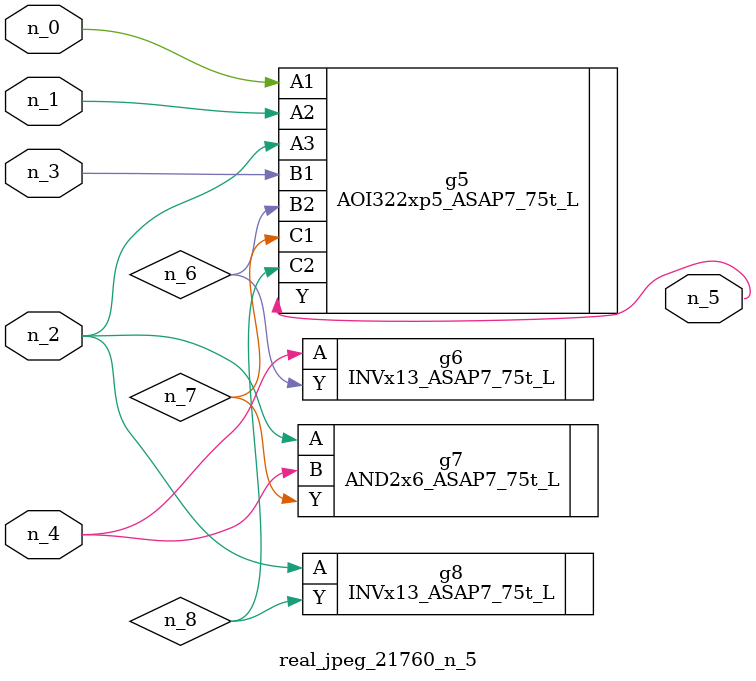
<source format=v>
module real_jpeg_21760_n_5 (n_4, n_0, n_1, n_2, n_3, n_5);

input n_4;
input n_0;
input n_1;
input n_2;
input n_3;

output n_5;

wire n_8;
wire n_6;
wire n_7;

AOI322xp5_ASAP7_75t_L g5 ( 
.A1(n_0),
.A2(n_1),
.A3(n_2),
.B1(n_3),
.B2(n_6),
.C1(n_7),
.C2(n_8),
.Y(n_5)
);

AND2x6_ASAP7_75t_L g7 ( 
.A(n_2),
.B(n_4),
.Y(n_7)
);

INVx13_ASAP7_75t_L g8 ( 
.A(n_2),
.Y(n_8)
);

INVx13_ASAP7_75t_L g6 ( 
.A(n_4),
.Y(n_6)
);


endmodule
</source>
